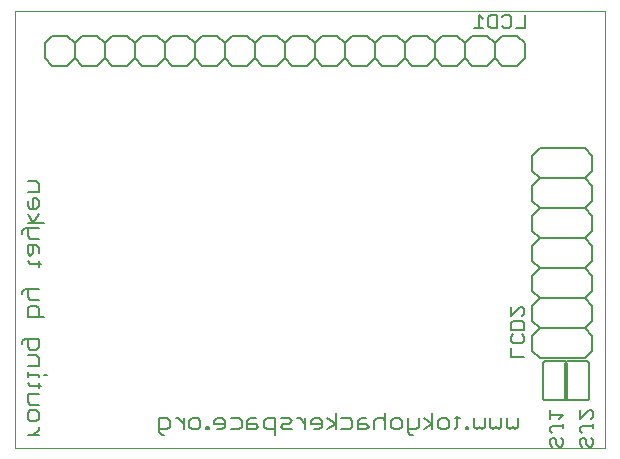
<source format=gbo>
G75*
G70*
%OFA0B0*%
%FSLAX24Y24*%
%IPPOS*%
%LPD*%
%AMOC8*
5,1,8,0,0,1.08239X$1,22.5*
%
%ADD10C,0.0000*%
%ADD11C,0.0050*%
%ADD12C,0.0060*%
D10*
X001774Y000181D02*
X001774Y014748D01*
X021459Y014748D01*
X021459Y000181D01*
X001774Y000181D01*
D11*
X002199Y000606D02*
X002566Y000606D01*
X002382Y000606D02*
X002566Y000790D01*
X002566Y000882D01*
X002474Y001067D02*
X002291Y001067D01*
X002199Y001159D01*
X002199Y001342D01*
X002291Y001434D01*
X002474Y001434D01*
X002566Y001342D01*
X002566Y001159D01*
X002474Y001067D01*
X002566Y001619D02*
X002291Y001619D01*
X002199Y001711D01*
X002199Y001986D01*
X002566Y001986D01*
X002566Y002172D02*
X002566Y002355D01*
X002658Y002263D02*
X002291Y002263D01*
X002199Y002355D01*
X002199Y002540D02*
X002199Y002723D01*
X002199Y002632D02*
X002566Y002632D01*
X002566Y002540D01*
X002749Y002632D02*
X002841Y002632D01*
X002566Y002908D02*
X002566Y003183D01*
X002474Y003275D01*
X002199Y003275D01*
X002291Y003461D02*
X002199Y003552D01*
X002199Y003828D01*
X002107Y003828D02*
X002566Y003828D01*
X002566Y003552D01*
X002474Y003461D01*
X002291Y003461D01*
X002015Y003644D02*
X002015Y003736D01*
X002107Y003828D01*
X002199Y004566D02*
X002199Y004841D01*
X002291Y004933D01*
X002474Y004933D01*
X002566Y004841D01*
X002566Y004566D01*
X002749Y004566D02*
X002199Y004566D01*
X002291Y005118D02*
X002199Y005210D01*
X002199Y005485D01*
X002107Y005485D02*
X002015Y005393D01*
X002015Y005301D01*
X002107Y005485D02*
X002566Y005485D01*
X002566Y005118D02*
X002291Y005118D01*
X002566Y006223D02*
X002566Y006406D01*
X002658Y006315D02*
X002291Y006315D01*
X002199Y006406D01*
X002291Y006591D02*
X002382Y006683D01*
X002382Y006958D01*
X002474Y006958D02*
X002199Y006958D01*
X002199Y006683D01*
X002291Y006591D01*
X002566Y006683D02*
X002566Y006866D01*
X002474Y006958D01*
X002566Y007144D02*
X002291Y007144D01*
X002199Y007235D01*
X002199Y007511D01*
X002107Y007511D02*
X002015Y007419D01*
X002015Y007327D01*
X002107Y007511D02*
X002566Y007511D01*
X002749Y007696D02*
X002199Y007696D01*
X002382Y007696D02*
X002566Y007971D01*
X002474Y008156D02*
X002291Y008156D01*
X002199Y008248D01*
X002199Y008432D01*
X002382Y008523D02*
X002382Y008156D01*
X002474Y008156D02*
X002566Y008248D01*
X002566Y008432D01*
X002474Y008523D01*
X002382Y008523D01*
X002199Y008709D02*
X002566Y008709D01*
X002566Y008984D01*
X002474Y009076D01*
X002199Y009076D01*
X002199Y007971D02*
X002382Y007696D01*
X002199Y002908D02*
X002566Y002908D01*
X006581Y001173D02*
X006581Y000715D01*
X006672Y000623D01*
X006764Y000623D01*
X006856Y000806D02*
X006581Y000806D01*
X006856Y000806D02*
X006948Y000898D01*
X006948Y001082D01*
X006856Y001173D01*
X006581Y001173D01*
X007133Y001173D02*
X007225Y001173D01*
X007408Y000990D01*
X007408Y001173D02*
X007408Y000806D01*
X007593Y000898D02*
X007593Y001082D01*
X007685Y001173D01*
X007869Y001173D01*
X007960Y001082D01*
X007960Y000898D01*
X007869Y000806D01*
X007685Y000806D01*
X007593Y000898D01*
X008145Y000898D02*
X008145Y000806D01*
X008237Y000806D01*
X008237Y000898D01*
X008145Y000898D01*
X008422Y000990D02*
X008422Y001082D01*
X008514Y001173D01*
X008697Y001173D01*
X008789Y001082D01*
X008789Y000898D01*
X008697Y000806D01*
X008514Y000806D01*
X008422Y000990D02*
X008789Y000990D01*
X008975Y001173D02*
X009250Y001173D01*
X009342Y001082D01*
X009342Y000898D01*
X009250Y000806D01*
X008975Y000806D01*
X009527Y000806D02*
X009527Y001082D01*
X009619Y001173D01*
X009802Y001173D01*
X009802Y000990D02*
X009527Y000990D01*
X009527Y000806D02*
X009802Y000806D01*
X009894Y000898D01*
X009802Y000990D01*
X010079Y001082D02*
X010079Y000898D01*
X010171Y000806D01*
X010446Y000806D01*
X010446Y000623D02*
X010446Y001173D01*
X010171Y001173D01*
X010079Y001082D01*
X010632Y001173D02*
X010907Y001173D01*
X010999Y001082D01*
X010907Y000990D01*
X010724Y000990D01*
X010632Y000898D01*
X010724Y000806D01*
X010999Y000806D01*
X011184Y001173D02*
X011276Y001173D01*
X011459Y000990D01*
X011459Y001173D02*
X011459Y000806D01*
X011645Y000990D02*
X012012Y000990D01*
X012012Y000898D02*
X012012Y001082D01*
X011920Y001173D01*
X011736Y001173D01*
X011645Y001082D01*
X011645Y000990D01*
X011736Y000806D02*
X011920Y000806D01*
X012012Y000898D01*
X012197Y000806D02*
X012472Y000990D01*
X012197Y001173D01*
X012472Y001357D02*
X012472Y000806D01*
X012657Y000806D02*
X012933Y000806D01*
X013024Y000898D01*
X013024Y001082D01*
X012933Y001173D01*
X012657Y001173D01*
X013210Y001082D02*
X013210Y000806D01*
X013485Y000806D01*
X013577Y000898D01*
X013485Y000990D01*
X013210Y000990D01*
X013210Y001082D02*
X013302Y001173D01*
X013485Y001173D01*
X013762Y001082D02*
X013762Y000806D01*
X013762Y001082D02*
X013854Y001173D01*
X014038Y001173D01*
X014129Y001082D01*
X014315Y001082D02*
X014407Y001173D01*
X014590Y001173D01*
X014682Y001082D01*
X014682Y000898D01*
X014590Y000806D01*
X014407Y000806D01*
X014315Y000898D01*
X014315Y001082D01*
X014129Y001357D02*
X014129Y000806D01*
X014867Y000806D02*
X015142Y000806D01*
X015234Y000898D01*
X015234Y001173D01*
X015419Y001173D02*
X015695Y000990D01*
X015419Y000806D01*
X015695Y000806D02*
X015695Y001357D01*
X015880Y001082D02*
X015972Y001173D01*
X016155Y001173D01*
X016247Y001082D01*
X016247Y000898D01*
X016155Y000806D01*
X015972Y000806D01*
X015880Y000898D01*
X015880Y001082D01*
X016432Y001173D02*
X016615Y001173D01*
X016524Y001265D02*
X016524Y000898D01*
X016432Y000806D01*
X016800Y000806D02*
X016892Y000806D01*
X016892Y000898D01*
X016800Y000898D01*
X016800Y000806D01*
X017077Y000898D02*
X017077Y001173D01*
X017077Y000898D02*
X017169Y000806D01*
X017261Y000898D01*
X017352Y000806D01*
X017444Y000898D01*
X017444Y001173D01*
X017629Y001173D02*
X017629Y000898D01*
X017721Y000806D01*
X017813Y000898D01*
X017905Y000806D01*
X017996Y000898D01*
X017996Y001173D01*
X018182Y001173D02*
X018182Y000898D01*
X018274Y000806D01*
X018365Y000898D01*
X018457Y000806D01*
X018549Y000898D01*
X018549Y001173D01*
X019599Y001146D02*
X019599Y001446D01*
X019599Y001296D02*
X020049Y001296D01*
X019899Y001146D01*
X020049Y000986D02*
X020049Y000836D01*
X020049Y000911D02*
X019674Y000911D01*
X019599Y000836D01*
X019599Y000761D01*
X019674Y000686D01*
X019674Y000526D02*
X019599Y000450D01*
X019599Y000300D01*
X019674Y000225D01*
X019824Y000300D02*
X019824Y000450D01*
X019749Y000526D01*
X019674Y000526D01*
X019824Y000300D02*
X019899Y000225D01*
X019974Y000225D01*
X020049Y000300D01*
X020049Y000450D01*
X019974Y000526D01*
X020599Y000450D02*
X020599Y000300D01*
X020674Y000225D01*
X020824Y000300D02*
X020824Y000450D01*
X020749Y000526D01*
X020674Y000526D01*
X020599Y000450D01*
X020674Y000686D02*
X020599Y000761D01*
X020599Y000836D01*
X020674Y000911D01*
X021049Y000911D01*
X021049Y000836D02*
X021049Y000986D01*
X020974Y001146D02*
X021049Y001221D01*
X021049Y001371D01*
X020974Y001446D01*
X020899Y001446D01*
X020599Y001146D01*
X020599Y001446D01*
X020974Y000526D02*
X021049Y000450D01*
X021049Y000300D01*
X020974Y000225D01*
X020899Y000225D01*
X020824Y000300D01*
X018749Y003206D02*
X018299Y003206D01*
X018299Y003507D01*
X018374Y003667D02*
X018299Y003742D01*
X018299Y003892D01*
X018374Y003967D01*
X018299Y004127D02*
X018299Y004352D01*
X018374Y004427D01*
X018674Y004427D01*
X018749Y004352D01*
X018749Y004127D01*
X018299Y004127D01*
X018674Y003967D02*
X018749Y003892D01*
X018749Y003742D01*
X018674Y003667D01*
X018374Y003667D01*
X018299Y004587D02*
X018599Y004888D01*
X018674Y004888D01*
X018749Y004813D01*
X018749Y004663D01*
X018674Y004587D01*
X018299Y004587D02*
X018299Y004888D01*
X014867Y001173D02*
X014867Y000715D01*
X014959Y000623D01*
X015051Y000623D01*
X017098Y014176D02*
X017398Y014176D01*
X017248Y014176D02*
X017248Y014627D01*
X017398Y014477D01*
X017558Y014552D02*
X017558Y014251D01*
X017633Y014176D01*
X017858Y014176D01*
X017858Y014627D01*
X017633Y014627D01*
X017558Y014552D01*
X018018Y014552D02*
X018093Y014627D01*
X018243Y014627D01*
X018319Y014552D01*
X018319Y014251D01*
X018243Y014176D01*
X018093Y014176D01*
X018018Y014251D01*
X018479Y014176D02*
X018779Y014176D01*
X018779Y014627D01*
D12*
X018524Y013931D02*
X018024Y013931D01*
X017774Y013681D01*
X017524Y013931D01*
X017024Y013931D01*
X016774Y013681D01*
X016774Y013181D01*
X017024Y012931D01*
X017524Y012931D01*
X017774Y013181D01*
X018024Y012931D01*
X018524Y012931D01*
X018774Y013181D01*
X018774Y013681D01*
X018524Y013931D01*
X017774Y013681D02*
X017774Y013181D01*
X016774Y013181D02*
X016524Y012931D01*
X016024Y012931D01*
X015774Y013181D01*
X015524Y012931D01*
X015024Y012931D01*
X014774Y013181D01*
X014524Y012931D01*
X014024Y012931D01*
X013774Y013181D01*
X013774Y013681D01*
X014024Y013931D01*
X014524Y013931D01*
X014774Y013681D01*
X014774Y013181D01*
X014774Y013681D02*
X015024Y013931D01*
X015524Y013931D01*
X015774Y013681D01*
X015774Y013181D01*
X015774Y013681D02*
X016024Y013931D01*
X016524Y013931D01*
X016774Y013681D01*
X013774Y013681D02*
X013524Y013931D01*
X013024Y013931D01*
X012774Y013681D01*
X012524Y013931D01*
X012024Y013931D01*
X011774Y013681D01*
X011524Y013931D01*
X011024Y013931D01*
X010774Y013681D01*
X010774Y013181D01*
X011024Y012931D01*
X011524Y012931D01*
X011774Y013181D01*
X012024Y012931D01*
X012524Y012931D01*
X012774Y013181D01*
X013024Y012931D01*
X013524Y012931D01*
X013774Y013181D01*
X012774Y013181D02*
X012774Y013681D01*
X011774Y013681D02*
X011774Y013181D01*
X010774Y013181D02*
X010524Y012931D01*
X010024Y012931D01*
X009774Y013181D01*
X009524Y012931D01*
X009024Y012931D01*
X008774Y013181D01*
X008524Y012931D01*
X008024Y012931D01*
X007774Y013181D01*
X007774Y013681D01*
X008024Y013931D01*
X008524Y013931D01*
X008774Y013681D01*
X008774Y013181D01*
X008774Y013681D02*
X009024Y013931D01*
X009524Y013931D01*
X009774Y013681D01*
X009774Y013181D01*
X009774Y013681D02*
X010024Y013931D01*
X010524Y013931D01*
X010774Y013681D01*
X007774Y013681D02*
X007524Y013931D01*
X007024Y013931D01*
X006774Y013681D01*
X006524Y013931D01*
X006024Y013931D01*
X005774Y013681D01*
X005524Y013931D01*
X005024Y013931D01*
X004774Y013681D01*
X004774Y013181D01*
X005024Y012931D01*
X005524Y012931D01*
X005774Y013181D01*
X006024Y012931D01*
X006524Y012931D01*
X006774Y013181D01*
X007024Y012931D01*
X007524Y012931D01*
X007774Y013181D01*
X006774Y013181D02*
X006774Y013681D01*
X005774Y013681D02*
X005774Y013181D01*
X004774Y013181D02*
X004524Y012931D01*
X004024Y012931D01*
X003774Y013181D01*
X003524Y012931D01*
X003024Y012931D01*
X002774Y013181D01*
X002774Y013681D01*
X003024Y013931D01*
X003524Y013931D01*
X003774Y013681D01*
X003774Y013181D01*
X003774Y013681D02*
X004024Y013931D01*
X004524Y013931D01*
X004774Y013681D01*
X019024Y009931D02*
X019024Y009431D01*
X019274Y009181D01*
X020774Y009181D01*
X021024Y009431D01*
X021024Y009931D01*
X020774Y010181D01*
X019274Y010181D01*
X019024Y009931D01*
X019274Y009181D02*
X019024Y008931D01*
X019024Y008431D01*
X019274Y008181D01*
X020774Y008181D01*
X021024Y008431D01*
X021024Y008931D01*
X020774Y009181D01*
X020774Y008181D02*
X021024Y007931D01*
X021024Y007431D01*
X020774Y007181D01*
X019274Y007181D01*
X019024Y007431D01*
X019024Y007931D01*
X019274Y008181D01*
X019274Y007181D02*
X019024Y006931D01*
X019024Y006431D01*
X019274Y006181D01*
X020774Y006181D01*
X021024Y006431D01*
X021024Y006931D01*
X020774Y007181D01*
X020774Y006181D02*
X021024Y005931D01*
X021024Y005431D01*
X020774Y005181D01*
X019274Y005181D01*
X019024Y005431D01*
X019024Y005931D01*
X019274Y006181D01*
X019274Y005181D02*
X019024Y004931D01*
X019024Y004431D01*
X019274Y004181D01*
X020774Y004181D01*
X021024Y004431D01*
X021024Y004931D01*
X020774Y005181D01*
X020774Y004181D02*
X021024Y003931D01*
X021024Y003431D01*
X020774Y003181D01*
X019274Y003181D01*
X019024Y003431D01*
X019024Y003931D01*
X019274Y004181D01*
X019474Y003081D02*
X020074Y003081D01*
X020091Y003079D01*
X020108Y003075D01*
X020124Y003068D01*
X020138Y003058D01*
X020151Y003045D01*
X020161Y003031D01*
X020168Y003015D01*
X020172Y002998D01*
X020174Y002981D01*
X020174Y001881D01*
X020124Y001881D02*
X020126Y001864D01*
X020130Y001847D01*
X020137Y001831D01*
X020147Y001817D01*
X020160Y001804D01*
X020174Y001794D01*
X020190Y001787D01*
X020207Y001783D01*
X020224Y001781D01*
X020824Y001781D01*
X020841Y001783D01*
X020858Y001787D01*
X020874Y001794D01*
X020888Y001804D01*
X020901Y001817D01*
X020911Y001831D01*
X020918Y001847D01*
X020922Y001864D01*
X020924Y001881D01*
X020924Y002981D01*
X020922Y002998D01*
X020918Y003015D01*
X020911Y003031D01*
X020901Y003045D01*
X020888Y003058D01*
X020874Y003068D01*
X020858Y003075D01*
X020841Y003079D01*
X020824Y003081D01*
X020224Y003081D01*
X020207Y003079D01*
X020190Y003075D01*
X020174Y003068D01*
X020160Y003058D01*
X020147Y003045D01*
X020137Y003031D01*
X020130Y003015D01*
X020126Y002998D01*
X020124Y002981D01*
X020124Y001881D01*
X020174Y001881D02*
X020172Y001864D01*
X020168Y001847D01*
X020161Y001831D01*
X020151Y001817D01*
X020138Y001804D01*
X020124Y001794D01*
X020108Y001787D01*
X020091Y001783D01*
X020074Y001781D01*
X019474Y001781D01*
X019457Y001783D01*
X019440Y001787D01*
X019424Y001794D01*
X019410Y001804D01*
X019397Y001817D01*
X019387Y001831D01*
X019380Y001847D01*
X019376Y001864D01*
X019374Y001881D01*
X019374Y002981D01*
X019376Y002998D01*
X019380Y003015D01*
X019387Y003031D01*
X019397Y003045D01*
X019410Y003058D01*
X019424Y003068D01*
X019440Y003075D01*
X019457Y003079D01*
X019474Y003081D01*
M02*

</source>
